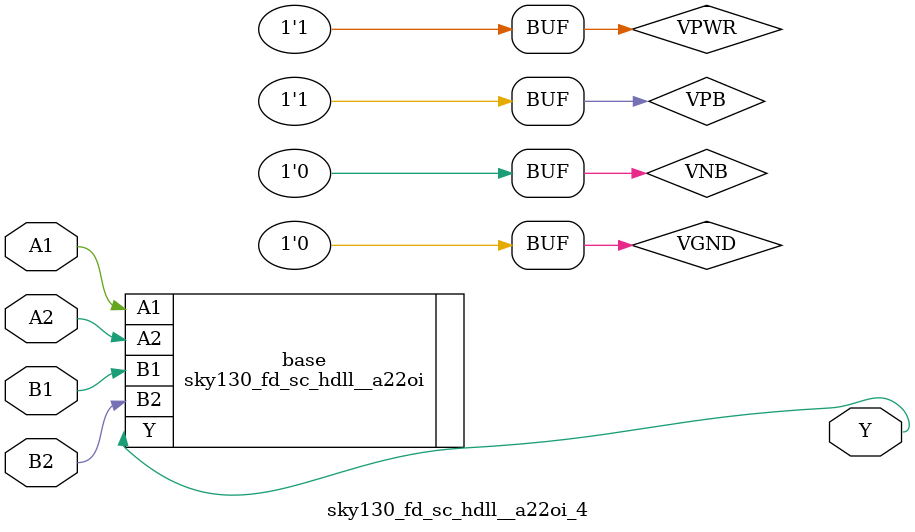
<source format=v>
module sky130_fd_sc_hdll__a22oi_4 (
    Y ,
    A1,
    A2,
    B1,
    B2
);
    output Y ;
    input  A1;
    input  A2;
    input  B1;
    input  B2;
    // Voltage supply signals
    supply1 VPWR;
    supply0 VGND;
    supply1 VPB ;
    supply0 VNB ;
    sky130_fd_sc_hdll__a22oi base (
        .Y(Y),
        .A1(A1),
        .A2(A2),
        .B1(B1),
        .B2(B2)
    );
endmodule
</source>
